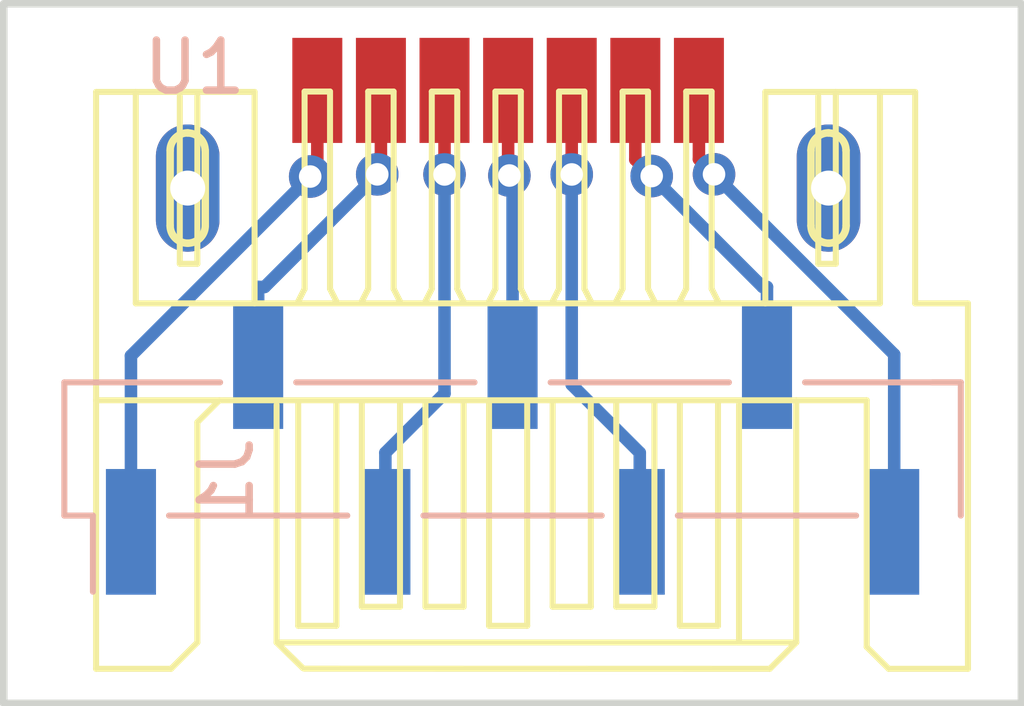
<source format=kicad_pcb>
(kicad_pcb (version 4) (host pcbnew 4.0.7-e2-6376~58~ubuntu16.04.1)

  (general
    (links 7)
    (no_connects 0)
    (area 138.354999 91.999999 158.825001 106.120001)
    (thickness 1.6)
    (drawings 4)
    (tracks 39)
    (zones 0)
    (modules 2)
    (nets 8)
  )

  (page A4)
  (layers
    (0 F.Cu signal)
    (31 B.Cu signal)
    (32 B.Adhes user)
    (33 F.Adhes user)
    (34 B.Paste user)
    (35 F.Paste user)
    (36 B.SilkS user)
    (37 F.SilkS user)
    (38 B.Mask user)
    (39 F.Mask user)
    (40 Dwgs.User user)
    (41 Cmts.User user)
    (42 Eco1.User user)
    (43 Eco2.User user)
    (44 Edge.Cuts user)
    (45 Margin user)
    (46 B.CrtYd user)
    (47 F.CrtYd user)
    (48 B.Fab user)
    (49 F.Fab user)
  )

  (setup
    (last_trace_width 0.25)
    (trace_clearance 0.2)
    (zone_clearance 0.508)
    (zone_45_only no)
    (trace_min 0.2)
    (segment_width 0.2)
    (edge_width 0.15)
    (via_size 0.85)
    (via_drill 0.45)
    (via_min_size 0.4)
    (via_min_drill 0.3)
    (uvia_size 0.3)
    (uvia_drill 0.1)
    (uvias_allowed no)
    (uvia_min_size 0.2)
    (uvia_min_drill 0.1)
    (pcb_text_width 0.3)
    (pcb_text_size 1.5 1.5)
    (mod_edge_width 0.15)
    (mod_text_size 1 1)
    (mod_text_width 0.15)
    (pad_size 1.524 1.524)
    (pad_drill 0.762)
    (pad_to_mask_clearance 0.2)
    (aux_axis_origin 0 0)
    (visible_elements FFFFFF7F)
    (pcbplotparams
      (layerselection 0x010f0_80000001)
      (usegerberextensions true)
      (excludeedgelayer true)
      (linewidth 0.100000)
      (plotframeref false)
      (viasonmask false)
      (mode 1)
      (useauxorigin false)
      (hpglpennumber 1)
      (hpglpenspeed 20)
      (hpglpendiameter 15)
      (hpglpenoverlay 2)
      (psnegative false)
      (psa4output false)
      (plotreference true)
      (plotvalue true)
      (plotinvisibletext false)
      (padsonsilk false)
      (subtractmaskfromsilk false)
      (outputformat 1)
      (mirror false)
      (drillshape 0)
      (scaleselection 1)
      (outputdirectory sata_data_0x07_2.54_gerber/))
  )

  (net 0 "")
  (net 1 "Net-(J1-Pad2)")
  (net 2 "Net-(J1-Pad4)")
  (net 3 "Net-(J1-Pad6)")
  (net 4 "Net-(J1-Pad1)")
  (net 5 "Net-(J1-Pad3)")
  (net 6 "Net-(J1-Pad5)")
  (net 7 "Net-(J1-Pad7)")

  (net_class Default "This is the default net class."
    (clearance 0.2)
    (trace_width 0.25)
    (via_dia 0.85)
    (via_drill 0.45)
    (uvia_dia 0.3)
    (uvia_drill 0.1)
    (add_net "Net-(J1-Pad1)")
    (add_net "Net-(J1-Pad2)")
    (add_net "Net-(J1-Pad3)")
    (add_net "Net-(J1-Pad4)")
    (add_net "Net-(J1-Pad5)")
    (add_net "Net-(J1-Pad6)")
    (add_net "Net-(J1-Pad7)")
  )

  (module Pin_Headers:Pin_Header_Straight_1x07_Pitch2.54mm_SMD_Pin1Right (layer B.Cu) (tedit 59650532) (tstamp 5A4D3CCB)
    (at 148.59 100.965 270)
    (descr "surface-mounted straight pin header, 1x07, 2.54mm pitch, single row, style 2 (pin 1 right)")
    (tags "Surface mounted pin header SMD 1x07 2.54mm single row style2 pin1 right")
    (path /5A4D315D)
    (attr smd)
    (fp_text reference J1 (at 0.635 5.715 270) (layer B.SilkS)
      (effects (font (size 1 1) (thickness 0.15)) (justify mirror))
    )
    (fp_text value Conn_01x07 (at -0.635 -8.89 270) (layer B.Fab)
      (effects (font (size 1 1) (thickness 0.15)) (justify mirror))
    )
    (fp_line (start 1.27 -8.89) (end -1.27 -8.89) (layer B.Fab) (width 0.1))
    (fp_line (start -1.27 8.89) (end 0.32 8.89) (layer B.Fab) (width 0.1))
    (fp_line (start 1.27 -8.89) (end 1.27 7.94) (layer B.Fab) (width 0.1))
    (fp_line (start 1.27 7.94) (end 0.32 8.89) (layer B.Fab) (width 0.1))
    (fp_line (start -1.27 8.89) (end -1.27 -8.89) (layer B.Fab) (width 0.1))
    (fp_line (start -1.27 5.4) (end -2.54 5.4) (layer B.Fab) (width 0.1))
    (fp_line (start -2.54 5.4) (end -2.54 4.76) (layer B.Fab) (width 0.1))
    (fp_line (start -2.54 4.76) (end -1.27 4.76) (layer B.Fab) (width 0.1))
    (fp_line (start -1.27 0.32) (end -2.54 0.32) (layer B.Fab) (width 0.1))
    (fp_line (start -2.54 0.32) (end -2.54 -0.32) (layer B.Fab) (width 0.1))
    (fp_line (start -2.54 -0.32) (end -1.27 -0.32) (layer B.Fab) (width 0.1))
    (fp_line (start -1.27 -4.76) (end -2.54 -4.76) (layer B.Fab) (width 0.1))
    (fp_line (start -2.54 -4.76) (end -2.54 -5.4) (layer B.Fab) (width 0.1))
    (fp_line (start -2.54 -5.4) (end -1.27 -5.4) (layer B.Fab) (width 0.1))
    (fp_line (start 1.27 7.94) (end 2.54 7.94) (layer B.Fab) (width 0.1))
    (fp_line (start 2.54 7.94) (end 2.54 7.3) (layer B.Fab) (width 0.1))
    (fp_line (start 2.54 7.3) (end 1.27 7.3) (layer B.Fab) (width 0.1))
    (fp_line (start 1.27 2.86) (end 2.54 2.86) (layer B.Fab) (width 0.1))
    (fp_line (start 2.54 2.86) (end 2.54 2.22) (layer B.Fab) (width 0.1))
    (fp_line (start 2.54 2.22) (end 1.27 2.22) (layer B.Fab) (width 0.1))
    (fp_line (start 1.27 -2.22) (end 2.54 -2.22) (layer B.Fab) (width 0.1))
    (fp_line (start 2.54 -2.22) (end 2.54 -2.86) (layer B.Fab) (width 0.1))
    (fp_line (start 2.54 -2.86) (end 1.27 -2.86) (layer B.Fab) (width 0.1))
    (fp_line (start 1.27 -7.3) (end 2.54 -7.3) (layer B.Fab) (width 0.1))
    (fp_line (start 2.54 -7.3) (end 2.54 -7.94) (layer B.Fab) (width 0.1))
    (fp_line (start 2.54 -7.94) (end 1.27 -7.94) (layer B.Fab) (width 0.1))
    (fp_line (start -1.33 8.95) (end 1.33 8.95) (layer B.SilkS) (width 0.12))
    (fp_line (start -1.33 -8.95) (end 1.33 -8.95) (layer B.SilkS) (width 0.12))
    (fp_line (start 1.33 6.86) (end 1.33 3.3) (layer B.SilkS) (width 0.12))
    (fp_line (start 1.33 1.78) (end 1.33 -1.78) (layer B.SilkS) (width 0.12))
    (fp_line (start 1.33 -3.3) (end 1.33 -6.86) (layer B.SilkS) (width 0.12))
    (fp_line (start -1.33 8.95) (end -1.33 5.84) (layer B.SilkS) (width 0.12))
    (fp_line (start 1.33 8.38) (end 2.85 8.38) (layer B.SilkS) (width 0.12))
    (fp_line (start 1.33 8.95) (end 1.33 8.38) (layer B.SilkS) (width 0.12))
    (fp_line (start -1.33 -8.38) (end -1.33 -8.95) (layer B.SilkS) (width 0.12))
    (fp_line (start -1.33 4.32) (end -1.33 0.76) (layer B.SilkS) (width 0.12))
    (fp_line (start -1.33 -0.76) (end -1.33 -4.32) (layer B.SilkS) (width 0.12))
    (fp_line (start -1.33 -5.84) (end -1.33 -8.95) (layer B.SilkS) (width 0.12))
    (fp_line (start -3.45 9.4) (end -3.45 -9.4) (layer B.CrtYd) (width 0.05))
    (fp_line (start -3.45 -9.4) (end 3.45 -9.4) (layer B.CrtYd) (width 0.05))
    (fp_line (start 3.45 -9.4) (end 3.45 9.4) (layer B.CrtYd) (width 0.05))
    (fp_line (start 3.45 9.4) (end -3.45 9.4) (layer B.CrtYd) (width 0.05))
    (fp_text user %R (at 0 0 540) (layer B.Fab)
      (effects (font (size 1 1) (thickness 0.15)) (justify mirror))
    )
    (pad 2 smd rect (at -1.655 5.08 270) (size 2.51 1) (layers B.Cu B.Paste B.Mask)
      (net 1 "Net-(J1-Pad2)"))
    (pad 4 smd rect (at -1.655 0 270) (size 2.51 1) (layers B.Cu B.Paste B.Mask)
      (net 2 "Net-(J1-Pad4)"))
    (pad 6 smd rect (at -1.655 -5.08 270) (size 2.51 1) (layers B.Cu B.Paste B.Mask)
      (net 3 "Net-(J1-Pad6)"))
    (pad 1 smd rect (at 1.655 7.62 270) (size 2.51 1) (layers B.Cu B.Paste B.Mask)
      (net 4 "Net-(J1-Pad1)"))
    (pad 3 smd rect (at 1.655 2.54 270) (size 2.51 1) (layers B.Cu B.Paste B.Mask)
      (net 5 "Net-(J1-Pad3)"))
    (pad 5 smd rect (at 1.655 -2.54 270) (size 2.51 1) (layers B.Cu B.Paste B.Mask)
      (net 6 "Net-(J1-Pad5)"))
    (pad 7 smd rect (at 1.655 -7.62 270) (size 2.51 1) (layers B.Cu B.Paste B.Mask)
      (net 7 "Net-(J1-Pad7)"))
    (model ${KISYS3DMOD}/Pin_Headers.3dshapes/Pin_Header_Straight_1x07_Pitch2.54mm_SMD_Pin1Right.wrl
      (at (xyz 0 0 0))
      (scale (xyz 1 1 1))
      (rotate (xyz 0 0 0))
    )
  )

  (module Connectors:SATA-7_SMD (layer F.Cu) (tedit 0) (tstamp 5A4D3CD8)
    (at 148.501 105.004)
    (descr "SERIAL ATA 7P R/A SMT")
    (tags "SERIAL ATA SATA")
    (path /5A4D30BD)
    (attr smd)
    (fp_text reference U1 (at -6.2611 -11.6586) (layer B.SilkS)
      (effects (font (size 1 1) (thickness 0.15)))
    )
    (fp_text value SATA_data (at 0.0889 -8.4836) (layer B.Fab)
      (effects (font (size 1 1) (thickness 0.15)))
    )
    (fp_line (start -6.04774 -9.99998) (end -6.04774 -8.49884) (layer F.SilkS) (width 0.15))
    (fp_line (start -6.74878 -8.49884) (end -6.74878 -9.99998) (layer F.SilkS) (width 0.15))
    (fp_line (start 6.74878 -9.99998) (end 6.74878 -8.49884) (layer F.SilkS) (width 0.15))
    (fp_line (start 6.04774 -8.49884) (end 6.04774 -9.99998) (layer F.SilkS) (width 0.15))
    (fp_line (start -8.22706 0.35052) (end -8.22706 -5.01142) (layer F.SilkS) (width 0.12))
    (fp_line (start -8.22706 -5.01142) (end -8.22706 -11.16838) (layer F.SilkS) (width 0.12))
    (fp_line (start -8.22706 -11.16838) (end -7.43458 -11.16838) (layer F.SilkS) (width 0.12))
    (fp_line (start -7.43458 -11.16838) (end -5.06222 -11.16838) (layer F.SilkS) (width 0.12))
    (fp_line (start -5.06222 -11.16838) (end -5.06222 -6.9469) (layer F.SilkS) (width 0.12))
    (fp_line (start -7.43458 -11.16838) (end -7.43458 -6.9469) (layer F.SilkS) (width 0.12))
    (fp_line (start -7.43458 -6.9469) (end 5.13588 -6.9469) (layer F.SilkS) (width 0.12))
    (fp_line (start 5.13588 -6.9469) (end 7.42442 -6.9469) (layer F.SilkS) (width 0.12))
    (fp_line (start 7.42442 -6.9469) (end 7.42442 -11.16838) (layer F.SilkS) (width 0.12))
    (fp_line (start 5.13588 -6.9469) (end 5.13588 -11.16838) (layer F.SilkS) (width 0.12))
    (fp_line (start 5.13588 -11.16838) (end 6.54304 -11.16838) (layer F.SilkS) (width 0.12))
    (fp_line (start 6.54304 -11.16838) (end 8.128 -11.16838) (layer F.SilkS) (width 0.12))
    (fp_line (start 8.128 -11.16838) (end 8.128 -6.9469) (layer F.SilkS) (width 0.12))
    (fp_line (start 8.128 -6.9469) (end 9.1821 -6.9469) (layer F.SilkS) (width 0.12))
    (fp_line (start 9.1821 -6.9469) (end 9.1821 0.35052) (layer F.SilkS) (width 0.12))
    (fp_line (start 9.1821 0.35052) (end 7.59968 0.35052) (layer F.SilkS) (width 0.12))
    (fp_line (start 7.59968 0.35052) (end 7.16026 -0.08636) (layer F.SilkS) (width 0.12))
    (fp_line (start 7.16026 -0.08636) (end 7.16026 -5.01142) (layer F.SilkS) (width 0.12))
    (fp_line (start 7.16026 -5.01142) (end 5.7531 -5.01142) (layer F.SilkS) (width 0.12))
    (fp_line (start 5.7531 -5.01142) (end 5.7531 -0.17526) (layer F.SilkS) (width 0.12))
    (fp_line (start 5.7531 -0.17526) (end 5.7531 -0.17526) (layer F.SilkS) (width 0.12))
    (fp_line (start 5.7531 -0.17526) (end 5.22478 0.35052) (layer F.SilkS) (width 0.12))
    (fp_line (start 5.22478 0.35052) (end -4.07416 0.34798) (layer F.SilkS) (width 0.12))
    (fp_line (start -6.731 0.35052) (end -8.22706 0.35052) (layer F.SilkS) (width 0.12))
    (fp_line (start -6.20522 -0.17526) (end -6.731 0.35052) (layer F.SilkS) (width 0.12))
    (fp_line (start -6.20522 -0.17526) (end -6.20522 -4.572) (layer F.SilkS) (width 0.12))
    (fp_line (start -6.20522 -4.572) (end -5.7658 -5.01142) (layer F.SilkS) (width 0.12))
    (fp_line (start -8.22706 -5.01142) (end 5.7531 -5.01142) (layer F.SilkS) (width 0.12))
    (fp_line (start 5.6642 -0.17526) (end 4.6101 -0.17526) (layer F.SilkS) (width 0.12))
    (fp_line (start 4.6101 -0.17526) (end -4.6228 -0.17526) (layer F.SilkS) (width 0.12))
    (fp_line (start -4.09702 0.33782) (end -4.6228 -0.17526) (layer F.SilkS) (width 0.12))
    (fp_line (start -4.6228 -0.17526) (end -4.6228 -4.92252) (layer F.SilkS) (width 0.12))
    (fp_line (start -0.381 -4.953) (end -0.381 -0.508) (layer F.SilkS) (width 0.12))
    (fp_line (start -0.381 -0.508) (end 0.381 -0.508) (layer F.SilkS) (width 0.12))
    (fp_line (start 0.381 -0.508) (end 0.381 -4.953) (layer F.SilkS) (width 0.12))
    (fp_line (start -1.651 -4.953) (end -1.651 -0.889) (layer F.SilkS) (width 0.12))
    (fp_line (start -1.651 -0.889) (end -0.889 -0.889) (layer F.SilkS) (width 0.12))
    (fp_line (start -0.889 -0.889) (end -0.889 -4.953) (layer F.SilkS) (width 0.12))
    (fp_line (start 0.889 -4.953) (end 0.889 -0.889) (layer F.SilkS) (width 0.12))
    (fp_line (start 0.889 -0.889) (end 1.651 -0.889) (layer F.SilkS) (width 0.12))
    (fp_line (start 1.651 -0.889) (end 1.651 -4.953) (layer F.SilkS) (width 0.12))
    (fp_line (start 2.159 -4.953) (end 2.159 -0.889) (layer F.SilkS) (width 0.12))
    (fp_line (start 2.159 -0.889) (end 2.921 -0.889) (layer F.SilkS) (width 0.12))
    (fp_line (start 2.921 -0.889) (end 2.921 -4.953) (layer F.SilkS) (width 0.12))
    (fp_line (start 3.429 -4.953) (end 3.429 -0.508) (layer F.SilkS) (width 0.12))
    (fp_line (start 3.429 -0.508) (end 4.191 -0.508) (layer F.SilkS) (width 0.12))
    (fp_line (start 4.191 -0.508) (end 4.191 -4.953) (layer F.SilkS) (width 0.12))
    (fp_line (start 4.6101 -0.17526) (end 4.6101 -4.92252) (layer F.SilkS) (width 0.12))
    (fp_line (start -3.429 -4.953) (end -3.429 -0.508) (layer F.SilkS) (width 0.12))
    (fp_line (start -3.429 -0.508) (end -4.191 -0.508) (layer F.SilkS) (width 0.12))
    (fp_line (start -4.191 -0.508) (end -4.191 -4.953) (layer F.SilkS) (width 0.12))
    (fp_line (start -2.921 -4.953) (end -2.921 -0.889) (layer F.SilkS) (width 0.12))
    (fp_line (start -2.921 -0.889) (end -2.159 -0.889) (layer F.SilkS) (width 0.12))
    (fp_line (start -2.159 -0.889) (end -2.159 -4.953) (layer F.SilkS) (width 0.12))
    (fp_line (start -4.191 -6.985) (end -4.064 -7.23646) (layer F.SilkS) (width 0.12))
    (fp_line (start -4.064 -7.23646) (end -4.064 -11.176) (layer F.SilkS) (width 0.12))
    (fp_line (start -4.064 -11.176) (end -3.556 -11.176) (layer F.SilkS) (width 0.12))
    (fp_line (start -3.556 -11.176) (end -3.556 -7.23646) (layer F.SilkS) (width 0.12))
    (fp_line (start -3.556 -7.23646) (end -3.429 -6.985) (layer F.SilkS) (width 0.12))
    (fp_line (start -2.921 -6.985) (end -2.794 -7.23646) (layer F.SilkS) (width 0.12))
    (fp_line (start -2.794 -7.23646) (end -2.794 -11.176) (layer F.SilkS) (width 0.12))
    (fp_line (start -2.794 -11.176) (end -2.286 -11.176) (layer F.SilkS) (width 0.12))
    (fp_line (start -2.286 -11.176) (end -2.286 -7.23646) (layer F.SilkS) (width 0.12))
    (fp_line (start -2.286 -7.23646) (end -2.159 -6.985) (layer F.SilkS) (width 0.12))
    (fp_line (start -1.651 -6.985) (end -1.524 -7.23646) (layer F.SilkS) (width 0.12))
    (fp_line (start -1.524 -7.23646) (end -1.524 -11.176) (layer F.SilkS) (width 0.12))
    (fp_line (start -1.524 -11.176) (end -1.016 -11.176) (layer F.SilkS) (width 0.12))
    (fp_line (start -1.016 -11.176) (end -1.016 -7.23646) (layer F.SilkS) (width 0.12))
    (fp_line (start -1.016 -7.23646) (end -0.889 -6.985) (layer F.SilkS) (width 0.12))
    (fp_line (start -0.381 -6.985) (end -0.254 -7.23646) (layer F.SilkS) (width 0.12))
    (fp_line (start -0.254 -7.23646) (end -0.254 -11.176) (layer F.SilkS) (width 0.12))
    (fp_line (start -0.254 -11.176) (end 0.254 -11.176) (layer F.SilkS) (width 0.12))
    (fp_line (start 0.254 -11.176) (end 0.254 -7.23646) (layer F.SilkS) (width 0.12))
    (fp_line (start 0.254 -7.23646) (end 0.381 -6.985) (layer F.SilkS) (width 0.12))
    (fp_line (start 0.889 -6.985) (end 1.016 -7.23646) (layer F.SilkS) (width 0.12))
    (fp_line (start 1.016 -7.23646) (end 1.016 -11.176) (layer F.SilkS) (width 0.12))
    (fp_line (start 1.016 -11.176) (end 1.524 -11.176) (layer F.SilkS) (width 0.12))
    (fp_line (start 1.524 -11.176) (end 1.524 -7.23646) (layer F.SilkS) (width 0.12))
    (fp_line (start 1.524 -7.23646) (end 1.651 -6.985) (layer F.SilkS) (width 0.12))
    (fp_line (start 2.159 -6.985) (end 2.286 -7.23646) (layer F.SilkS) (width 0.12))
    (fp_line (start 2.286 -7.23646) (end 2.286 -11.176) (layer F.SilkS) (width 0.12))
    (fp_line (start 2.286 -11.176) (end 2.794 -11.176) (layer F.SilkS) (width 0.12))
    (fp_line (start 2.794 -11.176) (end 2.794 -7.23646) (layer F.SilkS) (width 0.12))
    (fp_line (start 2.794 -7.23646) (end 2.921 -6.985) (layer F.SilkS) (width 0.12))
    (fp_line (start 3.429 -6.985) (end 3.556 -7.23646) (layer F.SilkS) (width 0.12))
    (fp_line (start 3.556 -7.23646) (end 3.556 -11.176) (layer F.SilkS) (width 0.12))
    (fp_line (start 3.556 -11.176) (end 4.064 -11.176) (layer F.SilkS) (width 0.12))
    (fp_line (start 4.064 -11.176) (end 4.064 -7.23646) (layer F.SilkS) (width 0.12))
    (fp_line (start 4.064 -7.23646) (end 4.191 -6.985) (layer F.SilkS) (width 0.12))
    (fp_line (start -6.55574 -11.07948) (end -6.55574 -7.73684) (layer F.SilkS) (width 0.12))
    (fp_line (start -6.55574 -7.73684) (end -6.20522 -7.73684) (layer F.SilkS) (width 0.12))
    (fp_line (start -6.20522 -7.73684) (end -6.20522 -11.07948) (layer F.SilkS) (width 0.12))
    (fp_line (start 6.19252 -11.07948) (end 6.19252 -7.73684) (layer F.SilkS) (width 0.12))
    (fp_line (start 6.19252 -7.73684) (end 6.54304 -7.73684) (layer F.SilkS) (width 0.12))
    (fp_line (start 6.54304 -7.73684) (end 6.54304 -11.16838) (layer F.SilkS) (width 0.12))
    (fp_arc (start -6.39826 -9.99998) (end -6.74878 -9.99998) (angle 90) (layer F.SilkS) (width 0.15))
    (fp_arc (start -6.39826 -9.99998) (end -6.39826 -10.34796) (angle 90) (layer F.SilkS) (width 0.15))
    (fp_arc (start -6.39826 -8.49884) (end -6.04774 -8.49884) (angle 90) (layer F.SilkS) (width 0.15))
    (fp_arc (start -6.39826 -8.49884) (end -6.39826 -8.14832) (angle 90) (layer F.SilkS) (width 0.15))
    (fp_arc (start 6.39826 -9.99998) (end 6.04774 -9.99998) (angle 90) (layer F.SilkS) (width 0.15))
    (fp_arc (start 6.39826 -9.99998) (end 6.39826 -10.34796) (angle 90) (layer F.SilkS) (width 0.15))
    (fp_arc (start 6.39826 -8.49884) (end 6.74878 -8.49884) (angle 90) (layer F.SilkS) (width 0.15))
    (fp_arc (start 6.39826 -8.49884) (end 6.39826 -8.14832) (angle 90) (layer F.SilkS) (width 0.15))
    (pad 1 smd rect (at -3.81 -11.19886) (size 0.99822 2.09804) (layers F.Cu F.Paste F.Mask)
      (net 4 "Net-(J1-Pad1)"))
    (pad 2 smd rect (at -2.54 -11.19886) (size 0.99822 2.09804) (layers F.Cu F.Paste F.Mask)
      (net 1 "Net-(J1-Pad2)"))
    (pad 3 smd rect (at -1.27 -11.19886) (size 0.99822 2.09804) (layers F.Cu F.Paste F.Mask)
      (net 5 "Net-(J1-Pad3)"))
    (pad 4 smd rect (at 0 -11.19886) (size 0.99822 2.09804) (layers F.Cu F.Paste F.Mask)
      (net 2 "Net-(J1-Pad4)"))
    (pad 5 smd rect (at 1.27 -11.19886) (size 0.99822 2.09804) (layers F.Cu F.Paste F.Mask)
      (net 6 "Net-(J1-Pad5)"))
    (pad 6 smd rect (at 2.54 -11.19886) (size 0.99822 2.09804) (layers F.Cu F.Paste F.Mask)
      (net 3 "Net-(J1-Pad6)"))
    (pad 7 smd rect (at 3.81 -11.19886) (size 0.99822 2.09804) (layers F.Cu F.Paste F.Mask)
      (net 7 "Net-(J1-Pad7)"))
    (pad M1 thru_hole oval (at -6.39826 -9.24814) (size 1.27 2.54) (drill 0.6985) (layers *.Cu F.Paste F.Mask))
    (pad M2 thru_hole oval (at 6.39826 -9.24814) (size 1.27 2.54) (drill 0.6985) (layers *.Cu F.Paste F.Mask))
  )

  (gr_line (start 138.43 92.075) (end 138.43 106.045) (layer Edge.Cuts) (width 0.15))
  (gr_line (start 158.75 92.075) (end 138.43 92.075) (layer Edge.Cuts) (width 0.15))
  (gr_line (start 158.75 106.045) (end 158.75 92.075) (layer Edge.Cuts) (width 0.15))
  (gr_line (start 138.43 106.045) (end 158.75 106.045) (layer Edge.Cuts) (width 0.15))

  (via (at 145.8874 95.4816) (size 0.85) (layers F.Cu B.Cu) (net 1))
  (segment (start 143.6393 97.7297) (end 145.8874 95.4816) (width 0.25) (layer B.Cu) (net 1))
  (segment (start 143.51 97.7297) (end 143.6393 97.7297) (width 0.25) (layer B.Cu) (net 1))
  (segment (start 145.961 95.408) (end 145.8874 95.4816) (width 0.25) (layer F.Cu) (net 1))
  (segment (start 145.961 93.8051) (end 145.961 95.408) (width 0.25) (layer F.Cu) (net 1))
  (segment (start 143.51 99.31) (end 143.51 97.7297) (width 0.25) (layer B.Cu) (net 1))
  (via (at 148.5266 95.5047) (size 0.85) (layers F.Cu B.Cu) (net 2))
  (segment (start 148.59 95.5681) (end 148.5266 95.5047) (width 0.25) (layer B.Cu) (net 2))
  (segment (start 148.59 99.31) (end 148.59 95.5681) (width 0.25) (layer B.Cu) (net 2))
  (segment (start 148.5266 95.205) (end 148.5266 95.5047) (width 0.25) (layer F.Cu) (net 2))
  (segment (start 148.501 95.1794) (end 148.5266 95.205) (width 0.25) (layer F.Cu) (net 2))
  (segment (start 148.501 93.8051) (end 148.501 95.1794) (width 0.25) (layer F.Cu) (net 2))
  (via (at 151.368 95.5149) (size 0.85) (layers F.Cu B.Cu) (net 3))
  (segment (start 153.5828 97.7297) (end 151.368 95.5149) (width 0.25) (layer B.Cu) (net 3))
  (segment (start 153.67 97.7297) (end 153.5828 97.7297) (width 0.25) (layer B.Cu) (net 3))
  (segment (start 151.041 95.1879) (end 151.368 95.5149) (width 0.25) (layer F.Cu) (net 3))
  (segment (start 151.041 93.8051) (end 151.041 95.1879) (width 0.25) (layer F.Cu) (net 3))
  (segment (start 153.67 99.31) (end 153.67 97.7297) (width 0.25) (layer B.Cu) (net 3))
  (via (at 144.5487 95.5252) (size 0.85) (layers F.Cu B.Cu) (net 4))
  (segment (start 144.5487 95.3217) (end 144.5487 95.5252) (width 0.25) (layer F.Cu) (net 4))
  (segment (start 144.691 95.1794) (end 144.5487 95.3217) (width 0.25) (layer F.Cu) (net 4))
  (segment (start 140.97 99.1039) (end 140.97 102.62) (width 0.25) (layer B.Cu) (net 4))
  (segment (start 144.5487 95.5252) (end 140.97 99.1039) (width 0.25) (layer B.Cu) (net 4))
  (segment (start 144.691 93.8051) (end 144.691 95.1794) (width 0.25) (layer F.Cu) (net 4))
  (via (at 147.231 95.4832) (size 0.85) (layers F.Cu B.Cu) (net 5))
  (segment (start 147.231 99.8587) (end 147.231 95.4832) (width 0.25) (layer B.Cu) (net 5))
  (segment (start 146.05 101.0397) (end 147.231 99.8587) (width 0.25) (layer B.Cu) (net 5))
  (segment (start 147.231 93.8051) (end 147.231 95.4832) (width 0.25) (layer F.Cu) (net 5))
  (segment (start 146.05 102.62) (end 146.05 101.0397) (width 0.25) (layer B.Cu) (net 5))
  (via (at 149.771 95.4835) (size 0.85) (layers F.Cu B.Cu) (net 6))
  (segment (start 149.771 99.6807) (end 149.771 95.4835) (width 0.25) (layer B.Cu) (net 6))
  (segment (start 151.13 101.0397) (end 149.771 99.6807) (width 0.25) (layer B.Cu) (net 6))
  (segment (start 149.771 93.8051) (end 149.771 95.4835) (width 0.25) (layer F.Cu) (net 6))
  (segment (start 151.13 102.62) (end 151.13 101.0397) (width 0.25) (layer B.Cu) (net 6))
  (via (at 152.6124 95.4808) (size 0.85) (layers F.Cu B.Cu) (net 7))
  (segment (start 152.311 93.8051) (end 152.311 95.1794) (width 0.25) (layer F.Cu) (net 7))
  (segment (start 156.21 99.0784) (end 152.6124 95.4808) (width 0.25) (layer B.Cu) (net 7))
  (segment (start 156.21 102.62) (end 156.21 99.0784) (width 0.25) (layer B.Cu) (net 7))
  (segment (start 152.311 95.1794) (end 152.6124 95.4808) (width 0.25) (layer F.Cu) (net 7))

)

</source>
